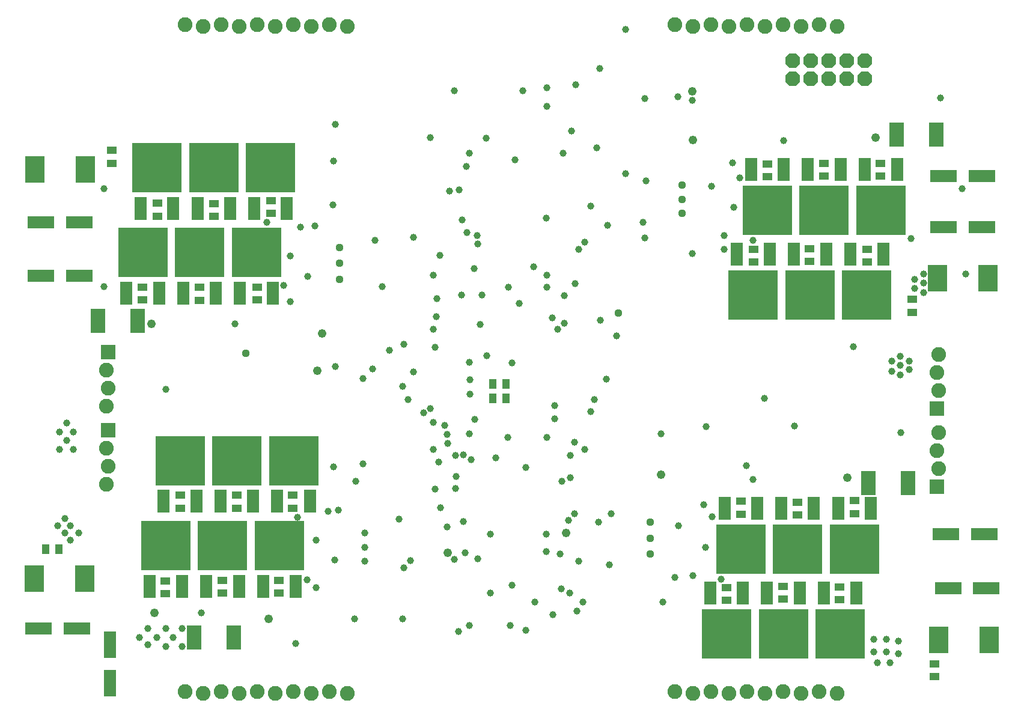
<source format=gbs>
G75*
G70*
%OFA0B0*%
%FSLAX24Y24*%
%IPPOS*%
%LPD*%
%AMOC8*
5,1,8,0,0,1.08239X$1,22.5*
%
%ADD10R,0.2718X0.2718*%
%ADD11R,0.0710X0.1261*%
%ADD12C,0.0820*%
%ADD13R,0.0552X0.0395*%
%ADD14R,0.0789X0.1340*%
%ADD15R,0.0395X0.0552*%
%ADD16R,0.1458X0.0710*%
%ADD17R,0.1080X0.1480*%
%ADD18OC8,0.0820*%
%ADD19R,0.0820X0.0820*%
%ADD20C,0.0477*%
%ADD21R,0.0710X0.1458*%
%ADD22C,0.0390*%
%ADD23C,0.0440*%
D10*
X047199Y009700D03*
X050349Y009700D03*
X053499Y009700D03*
X054286Y014424D03*
X051136Y014424D03*
X047987Y014424D03*
X049070Y025959D03*
X045920Y025959D03*
X052219Y025959D03*
X053007Y030684D03*
X049857Y030684D03*
X046707Y030684D03*
X079778Y023597D03*
X082928Y023597D03*
X086077Y023597D03*
X086865Y028322D03*
X083715Y028322D03*
X080566Y028322D03*
X079089Y009522D03*
X082239Y009522D03*
X085388Y009522D03*
X084601Y004798D03*
X081451Y004798D03*
X078302Y004798D03*
D11*
X079207Y007062D03*
X080546Y007062D03*
X082357Y007062D03*
X083696Y007062D03*
X085507Y007062D03*
X077396Y007062D03*
X078184Y011786D03*
X079995Y011786D03*
X081333Y011786D03*
X083144Y011786D03*
X084483Y011786D03*
X086294Y011786D03*
X055192Y012160D03*
X053381Y012160D03*
X052042Y012160D03*
X050231Y012160D03*
X048892Y012160D03*
X047081Y012160D03*
X046294Y007436D03*
X048105Y007436D03*
X049444Y007436D03*
X051255Y007436D03*
X052593Y007436D03*
X054404Y007436D03*
X053125Y023696D03*
X051314Y023696D03*
X049975Y023696D03*
X048164Y023696D03*
X046825Y023696D03*
X045014Y023696D03*
X045802Y028420D03*
X047613Y028420D03*
X048951Y028420D03*
X050762Y028420D03*
X052101Y028420D03*
X053912Y028420D03*
X078873Y025861D03*
X080684Y025861D03*
X082022Y025861D03*
X083833Y025861D03*
X085172Y025861D03*
X086983Y025861D03*
X087770Y030585D03*
X085959Y030585D03*
X084621Y030585D03*
X082810Y030585D03*
X081471Y030585D03*
X079660Y030585D03*
D12*
X080448Y038508D03*
X081448Y038608D03*
X082448Y038508D03*
X083448Y038608D03*
X084448Y038508D03*
X079448Y038608D03*
X078448Y038508D03*
X077448Y038608D03*
X076448Y038508D03*
X075448Y038608D03*
X057282Y038508D03*
X056282Y038608D03*
X055282Y038508D03*
X054282Y038608D03*
X053282Y038508D03*
X052282Y038608D03*
X051282Y038508D03*
X050282Y038608D03*
X049282Y038508D03*
X048282Y038608D03*
X090064Y020298D03*
X089964Y019298D03*
X090064Y018298D03*
X090064Y015967D03*
X089964Y014967D03*
X090064Y013967D03*
X084448Y001500D03*
X083448Y001600D03*
X082448Y001500D03*
X081448Y001600D03*
X080448Y001500D03*
X079448Y001600D03*
X078448Y001500D03*
X077448Y001600D03*
X076448Y001500D03*
X075448Y001600D03*
X057282Y001500D03*
X056282Y001600D03*
X055282Y001500D03*
X054282Y001600D03*
X053282Y001500D03*
X052282Y001600D03*
X051282Y001500D03*
X050282Y001600D03*
X049282Y001500D03*
X048282Y001600D03*
X043901Y013117D03*
X044001Y014117D03*
X043901Y015117D03*
X043901Y017448D03*
X044001Y018448D03*
X043901Y019448D03*
D13*
X045900Y023341D03*
X045900Y024050D03*
X049070Y024030D03*
X049070Y023322D03*
X052259Y023341D03*
X052259Y024050D03*
X049857Y027967D03*
X049857Y028676D03*
X046727Y028696D03*
X046727Y027987D03*
X053026Y028125D03*
X053026Y028833D03*
X044198Y030920D03*
X044198Y031629D03*
X079798Y026156D03*
X079798Y025448D03*
X082908Y025467D03*
X082908Y026176D03*
X086097Y026156D03*
X086097Y025448D03*
X088587Y023361D03*
X088587Y022652D03*
X086845Y030211D03*
X086845Y030920D03*
X083715Y030920D03*
X083715Y030211D03*
X080566Y030172D03*
X080566Y030881D03*
X054247Y012495D03*
X054247Y011786D03*
X051136Y011786D03*
X051136Y012495D03*
X047987Y012495D03*
X047987Y011786D03*
X047160Y007751D03*
X047160Y007042D03*
X050349Y007062D03*
X050349Y007770D03*
X053479Y007790D03*
X053479Y007081D03*
X078302Y007377D03*
X078302Y006668D03*
X081432Y006747D03*
X081432Y007456D03*
X084581Y007416D03*
X084581Y006707D03*
X089818Y003135D03*
X089818Y002426D03*
X085408Y011491D03*
X085408Y012200D03*
X082219Y012121D03*
X082219Y011412D03*
X079089Y011452D03*
X079089Y012160D03*
D14*
X086156Y013164D03*
X088361Y013164D03*
X050959Y004601D03*
X048755Y004601D03*
X045644Y022170D03*
X043440Y022170D03*
X087731Y032505D03*
X089936Y032505D03*
D15*
X066058Y018676D03*
X065349Y018676D03*
X065349Y017889D03*
X066058Y017889D03*
X041255Y009522D03*
X040546Y009522D03*
D16*
X040133Y005093D03*
X042259Y005093D03*
X042406Y024680D03*
X040280Y024680D03*
X040280Y027633D03*
X042406Y027633D03*
X090329Y027387D03*
X092455Y027387D03*
X092455Y030192D03*
X090329Y030192D03*
X090477Y010330D03*
X092603Y010330D03*
X092711Y007357D03*
X090585Y007357D03*
D17*
X090054Y004459D03*
X092854Y004459D03*
X092814Y024538D03*
X090014Y024538D03*
X042721Y030580D03*
X039921Y030580D03*
X039892Y007873D03*
X042692Y007873D03*
D18*
X081961Y035597D03*
X082961Y035597D03*
X083961Y035597D03*
X084961Y035597D03*
X085961Y035597D03*
X085961Y036597D03*
X084961Y036597D03*
X083961Y036597D03*
X082961Y036597D03*
X081961Y036597D03*
D19*
X044001Y020448D03*
X044001Y016117D03*
X089964Y017298D03*
X089964Y012967D03*
D20*
X084995Y013459D03*
X085388Y010310D03*
X082239Y009522D03*
X079089Y008735D03*
X069394Y010408D03*
X062849Y009306D03*
X052751Y010704D03*
X049483Y009798D03*
X046392Y008893D03*
X046560Y005979D03*
X052888Y005625D03*
X074660Y013656D03*
X055615Y019414D03*
X055861Y021481D03*
X046412Y022022D03*
X045133Y025369D03*
X048282Y026156D03*
X051432Y026944D03*
X076432Y032209D03*
X076383Y034916D03*
X086570Y032357D03*
X087733Y028912D03*
X084583Y028125D03*
X081483Y027337D03*
D21*
X044109Y004207D03*
X044109Y002081D03*
D22*
X046215Y004207D03*
X045723Y004601D03*
X046215Y005093D03*
X046707Y004601D03*
X047199Y004109D03*
X047593Y004601D03*
X047199Y005093D03*
X048085Y005093D03*
X048085Y004109D03*
X049168Y005979D03*
X048085Y007239D03*
X048085Y008912D03*
X047199Y008912D03*
X050349Y009798D03*
X051235Y009798D03*
X053499Y010684D03*
X054385Y010684D03*
X054503Y011274D03*
X055172Y011963D03*
X056196Y011609D03*
X056766Y011668D03*
X057731Y013263D03*
X058125Y014247D03*
X056510Y014089D03*
X054975Y015133D03*
X054286Y014444D03*
X053499Y015133D03*
X048774Y015133D03*
X047987Y014660D03*
X047199Y015133D03*
X042081Y015034D03*
X041688Y015526D03*
X041294Y015034D03*
X041294Y016019D03*
X041688Y016511D03*
X042081Y016019D03*
X047199Y018381D03*
X051038Y022022D03*
X054089Y023253D03*
X053105Y023696D03*
X053745Y024139D03*
X055073Y024631D03*
X054089Y025763D03*
X054680Y027387D03*
X055467Y027436D03*
X053794Y028322D03*
X052810Y027633D03*
X050644Y028322D03*
X047495Y028322D03*
X043755Y029503D03*
X046707Y030684D03*
X045920Y031471D03*
X047495Y031471D03*
X052219Y031471D03*
X053794Y031471D03*
X053007Y030684D03*
X056491Y031038D03*
X056591Y033083D03*
X061865Y032357D03*
X064030Y031471D03*
X063853Y030743D03*
X063459Y029444D03*
X062948Y029365D03*
X063617Y027770D03*
X063892Y027062D03*
X064463Y026924D03*
X064503Y026452D03*
X062416Y025802D03*
X060930Y026796D03*
X058814Y026648D03*
X056451Y028617D03*
X064286Y025074D03*
X066196Y024030D03*
X064739Y023597D03*
X063597Y023597D03*
X062219Y023420D03*
X062199Y022396D03*
X062022Y021707D03*
X060408Y020861D03*
X059601Y020526D03*
X058676Y019522D03*
X058125Y018971D03*
X056589Y019641D03*
X060329Y018558D03*
X060625Y017810D03*
X061865Y017318D03*
X061491Y017081D03*
X062022Y016530D03*
X062672Y016373D03*
X062790Y015881D03*
X062849Y015389D03*
X062042Y015034D03*
X062318Y014345D03*
X063262Y014700D03*
X063715Y014739D03*
X064148Y014483D03*
X065487Y014562D03*
X067160Y014030D03*
X069168Y013282D03*
X069640Y013459D03*
X069621Y014700D03*
X070428Y015034D03*
X069877Y015428D03*
X068322Y015723D03*
X068774Y016727D03*
X068774Y017475D03*
X070762Y017141D03*
X070959Y017810D03*
X071629Y018952D03*
X066392Y019857D03*
X065014Y020251D03*
X064030Y019877D03*
X064050Y018893D03*
X064050Y018105D03*
X064345Y016707D03*
X064030Y015900D03*
X066156Y015723D03*
X063302Y013538D03*
X063262Y012869D03*
X062140Y012830D03*
X062436Y011806D03*
X063715Y011058D03*
X062810Y010743D03*
X060133Y011176D03*
X058223Y010408D03*
X058223Y009621D03*
X058223Y008833D03*
X056550Y008912D03*
X055546Y009995D03*
X055034Y007810D03*
X055546Y007377D03*
X054385Y007337D03*
X051235Y007337D03*
X057652Y005625D03*
X060329Y005625D03*
X063440Y004946D03*
X064030Y005290D03*
X066294Y005290D03*
X067180Y004995D03*
X068656Y005861D03*
X067672Y006570D03*
X066392Y007505D03*
X065211Y007062D03*
X069148Y007298D03*
X069601Y007062D03*
X070329Y006570D03*
X070014Y006078D03*
X074759Y006570D03*
X075448Y007948D03*
X076432Y008046D03*
X078007Y007849D03*
X077396Y007062D03*
X080546Y007062D03*
X083696Y007062D03*
X086471Y004503D03*
X087160Y004503D03*
X087849Y004404D03*
X087849Y003715D03*
X087357Y003223D03*
X087160Y003814D03*
X086471Y003814D03*
X086668Y003223D03*
X071806Y008637D03*
X070113Y008853D03*
X069070Y009227D03*
X068302Y009365D03*
X068302Y010349D03*
X069522Y011097D03*
X069857Y011471D03*
X071215Y010999D03*
X071904Y011491D03*
X075644Y010802D03*
X077121Y009621D03*
X077514Y011294D03*
X078184Y011736D03*
X077022Y011983D03*
X079778Y013361D03*
X079385Y014148D03*
X077180Y016314D03*
X074660Y015920D03*
X080408Y017889D03*
X082062Y016333D03*
X087967Y015969D03*
X087948Y019168D03*
X087455Y019365D03*
X087455Y019956D03*
X087948Y020202D03*
X087948Y019709D03*
X088440Y019463D03*
X088440Y019956D03*
X085349Y020743D03*
X085487Y023007D03*
X086077Y023597D03*
X086668Y023007D03*
X088735Y023991D03*
X089227Y023745D03*
X089247Y024267D03*
X089227Y024778D03*
X088735Y024483D03*
X091550Y024759D03*
X088518Y026727D03*
X085270Y025959D03*
X082140Y025959D03*
X079778Y026648D03*
X078991Y025959D03*
X078164Y026156D03*
X078154Y026894D03*
X076383Y025910D03*
X073755Y026786D03*
X071707Y027475D03*
X070428Y026530D03*
X070093Y026156D03*
X067593Y025172D03*
X068341Y024719D03*
X068341Y024050D03*
X069896Y024247D03*
X069306Y023578D03*
X068636Y022337D03*
X068932Y021707D03*
X069306Y022042D03*
X071294Y022219D03*
X072199Y021353D03*
X066806Y023125D03*
X064640Y021963D03*
X062140Y020723D03*
X060920Y019345D03*
X049857Y023656D03*
X046707Y023597D03*
X043755Y024089D03*
X059207Y024089D03*
X062022Y024719D03*
X068302Y027889D03*
X070762Y028558D03*
X073676Y027633D03*
X073823Y029946D03*
X072692Y030330D03*
X069247Y031491D03*
X071097Y031767D03*
X069699Y032692D03*
X068322Y034070D03*
X068322Y035093D03*
X067003Y034956D03*
X069936Y035270D03*
X071274Y036176D03*
X073774Y034522D03*
X075585Y034601D03*
X076383Y034424D03*
X081471Y032180D03*
X078646Y030930D03*
X079040Y030093D03*
X079778Y030644D03*
X077465Y029650D03*
X078696Y028469D03*
X082948Y030644D03*
X086077Y030684D03*
X091373Y029522D03*
X090172Y034542D03*
X072711Y038341D03*
X063184Y034956D03*
X064955Y032318D03*
X066570Y031117D03*
X079778Y023597D03*
X079188Y023007D03*
X080369Y023007D03*
X081333Y011736D03*
X084483Y011786D03*
X065211Y010330D03*
X063814Y009306D03*
X063184Y008952D03*
X064483Y008971D03*
X060782Y008873D03*
X060388Y008459D03*
X052022Y011963D03*
X048892Y012160D03*
X042377Y010408D03*
X041885Y010015D03*
X041589Y010408D03*
X041885Y010802D03*
X041589Y011196D03*
X041196Y010802D03*
X054385Y004267D03*
D23*
X074070Y009227D03*
X074070Y010113D03*
X074070Y010999D03*
X078105Y008735D03*
X079975Y008735D03*
X081255Y009522D03*
X083125Y009522D03*
X084503Y010310D03*
X086274Y010310D03*
X072298Y022613D03*
X079680Y027337D03*
X080566Y027337D03*
X082829Y028125D03*
X083715Y028125D03*
X085979Y028912D03*
X086865Y028912D03*
X075841Y028912D03*
X075841Y028125D03*
X075841Y029700D03*
X056845Y026255D03*
X056845Y025369D03*
X056845Y024483D03*
X053007Y026944D03*
X052219Y026944D03*
X049857Y026156D03*
X049070Y026156D03*
X046707Y025369D03*
X045920Y025369D03*
X051629Y020369D03*
M02*

</source>
